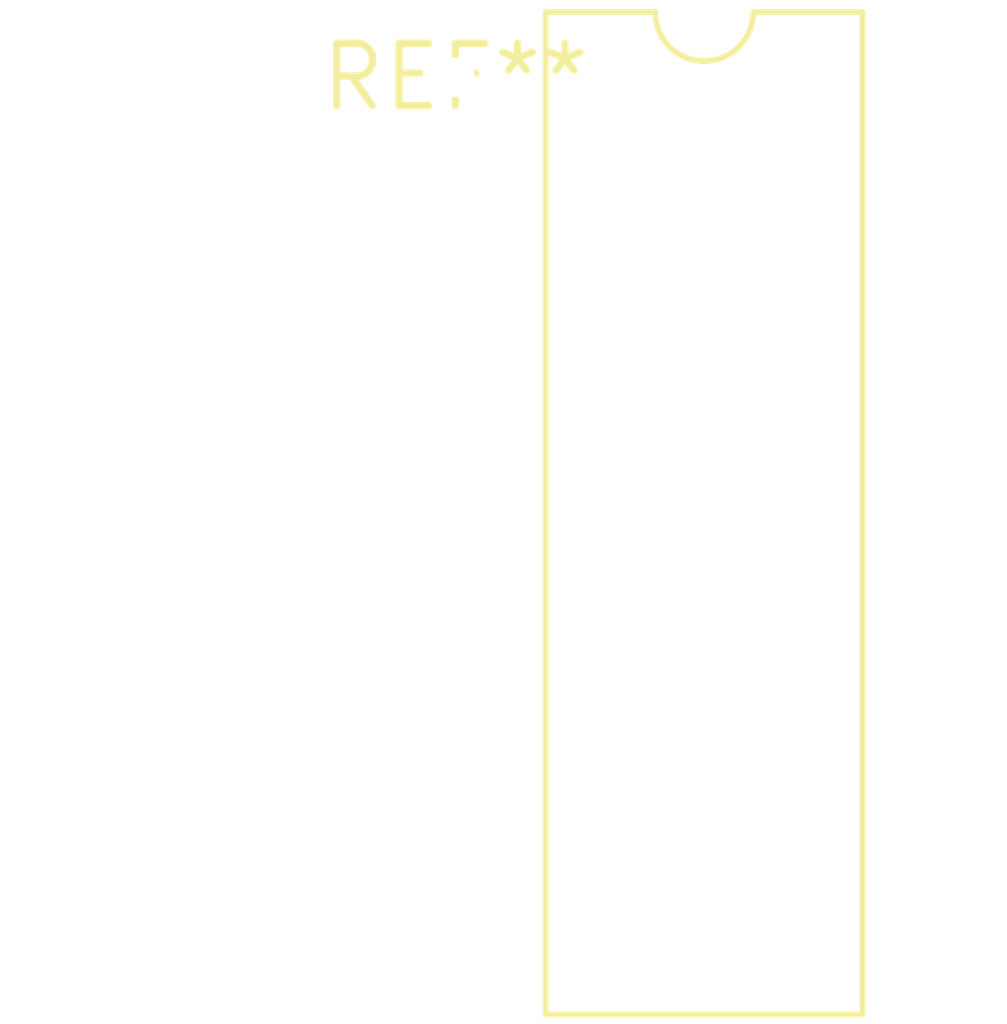
<source format=kicad_pcb>
(kicad_pcb (version 20240108) (generator pcbnew)
  (layers (0 "F.Cu" signal) (31 "B.Cu" signal) (34 "B.Paste" user) (35 "F.Paste" user) (36 "B.SilkS" user "B.Silkscreen") (37 "F.SilkS" user "F.Silkscreen") (38 "B.Mask" user) (39 "F.Mask" user) (44 "Edge.Cuts" user))
  (net 0 "")
  (footprint "DIP-16_W10.16mm" (layer "F.Cu") (at 0 0)
    (property "Reference" "REF**")
    (property "Value" "DIP-16_W10.16mm")
    (fp_line (start 1.845 -1.33) (end 1.845 19.11) (layer "F.SilkS") (stroke (width 0.12)))
    (fp_line (start 1.845 19.11) (end 8.315 19.11) (layer "F.SilkS") (stroke (width 0.12)))
    (fp_line (start 4.08 -1.33) (end 1.845 -1.33) (layer "F.SilkS") (stroke (width 0.12)))
    (fp_line (start 8.315 -1.33) (end 6.08 -1.33) (layer "F.SilkS") (stroke (width 0.12)))
    (fp_line (start 8.315 19.11) (end 8.315 -1.33) (layer "F.SilkS") (stroke (width 0.12)))
    (fp_arc (start 6.08 -1.33) (mid 5.08 -0.33) (end 4.08 -1.33) (layer "F.SilkS") (stroke (width 0.12)))
    (pad "1" thru_hole rect (at 0 0) (size 1.6 1.6) (drill 0.8) (layers *.Cu *.Mask) (remove_unused_layers))
    (pad "2" thru_hole oval (at 0 2.54) (size 1.6 1.6) (drill 0.8) (layers *.Cu *.Mask) (remove_unused_layers))
    (pad "3" thru_hole oval (at 0 5.08) (size 1.6 1.6) (drill 0.8) (layers *.Cu *.Mask) (remove_unused_layers))
    (pad "4" thru_hole oval (at 0 7.62) (size 1.6 1.6) (drill 0.8) (layers *.Cu *.Mask) (remove_unused_layers))
    (pad "5" thru_hole oval (at 0 10.16) (size 1.6 1.6) (drill 0.8) (layers *.Cu *.Mask) (remove_unused_layers))
    (pad "6" thru_hole oval (at 0 12.7) (size 1.6 1.6) (drill 0.8) (layers *.Cu *.Mask) (remove_unused_layers))
    (pad "7" thru_hole oval (at 0 15.24) (size 1.6 1.6) (drill 0.8) (layers *.Cu *.Mask) (remove_unused_layers))
    (pad "8" thru_hole oval (at 0 17.78) (size 1.6 1.6) (drill 0.8) (layers *.Cu *.Mask) (remove_unused_layers))
    (pad "9" thru_hole oval (at 10.16 17.78) (size 1.6 1.6) (drill 0.8) (layers *.Cu *.Mask) (remove_unused_layers))
    (pad "10" thru_hole oval (at 10.16 15.24) (size 1.6 1.6) (drill 0.8) (layers *.Cu *.Mask) (remove_unused_layers))
    (pad "11" thru_hole oval (at 10.16 12.7) (size 1.6 1.6) (drill 0.8) (layers *.Cu *.Mask) (remove_unused_layers))
    (pad "12" thru_hole oval (at 10.16 10.16) (size 1.6 1.6) (drill 0.8) (layers *.Cu *.Mask) (remove_unused_layers))
    (pad "13" thru_hole oval (at 10.16 7.62) (size 1.6 1.6) (drill 0.8) (layers *.Cu *.Mask) (remove_unused_layers))
    (pad "14" thru_hole oval (at 10.16 5.08) (size 1.6 1.6) (drill 0.8) (layers *.Cu *.Mask) (remove_unused_layers))
    (pad "15" thru_hole oval (at 10.16 2.54) (size 1.6 1.6) (drill 0.8) (layers *.Cu *.Mask) (remove_unused_layers))
    (pad "16" thru_hole oval (at 10.16 0) (size 1.6 1.6) (drill 0.8) (layers *.Cu *.Mask) (remove_unused_layers))
  )
)
</source>
